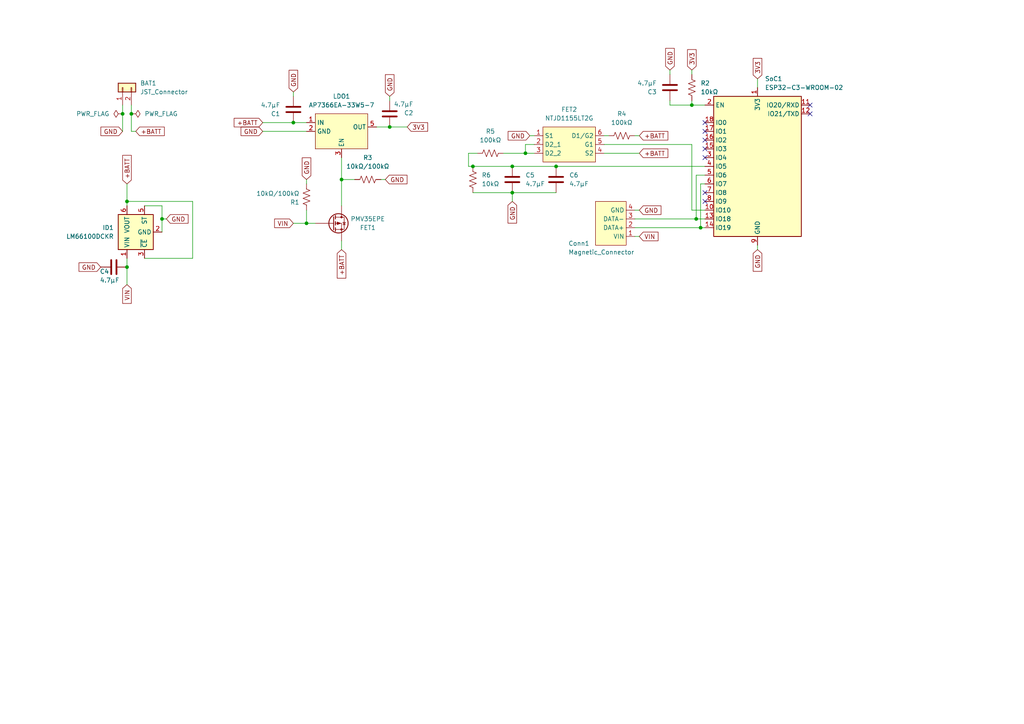
<source format=kicad_sch>
(kicad_sch (version 20250114) (generator "eeschema") (generator_version "9.0")
  (paper "A4")
  (lib_symbols
    (symbol "Connector_Generic:Conn_01x02" (pin_names (offset 1.016) (hide yes))
      (property "Reference" "J" (at 0 2.54 0))
      (property "Value" "Conn_01x02" (at 0 -5.08 0))
      (symbol "Conn_01x02_1_1"
        (rectangle (start -1.27 1.27) (end 1.27 -3.81) (stroke (width 0.254)) (fill (type background)))
        (rectangle (start -1.27 0.127) (end 0 -0.127) (stroke (width 0.1524)))
        (rectangle (start -1.27 -2.413) (end 0 -2.667) (stroke (width 0.1524)))
        (pin passive line (at -5.08 0 0) (length 3.81) (name "Pin_1") (number "1"))
        (pin passive line (at -5.08 -2.54 0) (length 3.81) (name "Pin_2") (number "2"))
      )
    )
    (symbol "Custom_Symbols:AP7366EA-33W5-7"
      (property "Reference" "U" (at -6.858 5.334 0))
      (property "Value" "AP7366EA-33W5-7" (at 7.874 5.334 0))
      (symbol "AP7366EA-33W5-7_1_1"
        (rectangle (start -7.62 3.81) (end 7.62 -6.35) (fill (type background)))
        (pin power_in line (at -10.16 1.27 0) (length 2.54) (name "IN") (number "1"))
        (pin power_in line (at -10.16 -1.27 0) (length 2.54) (name "GND") (number "2"))
        (pin input line (at 0 -8.89 90) (length 2.54) (name "EN") (number "3"))
        (pin power_out line (at 10.16 0 180) (length 2.54) (name "OUT") (number "5"))
      )
    )
    (symbol "Custom_Symbols:Conn_01x07_Magnetic"
      (property "Reference" "Conn" (at 0 10.414 0))
      (symbol "Conn_01x07_Magnetic_1_1"
        (rectangle (start -6.35 8.89) (end 6.35 0) (fill (type background)))
        (pin power_out line (at -3.81 -2.54 90) (length 2.54) (name "VIN") (number "1"))
        (pin passive line (at -1.27 -2.54 90) (length 2.54) (name "DATA+") (number "2"))
        (pin passive line (at 1.27 -2.54 90) (length 2.54) (name "DATA-") (number "3"))
        (pin passive line (at 3.81 -2.54 90) (length 2.54) (name "GND") (number "4"))
      )
    )
    (symbol "Custom_Symbols:LM66100DCKR"
      (property "Reference" "ID1" (at 5.588 10.668 90))
      (property "Value" "LM66100DCKR" (at 8.128 10.668 90))
      (symbol "LM66100DCKR_0_1"
        (rectangle (start -5.08 5.08) (end 5.08 -5.08) (stroke (width 0.254)) (fill (type background)))
      )
      (symbol "LM66100DCKR_1_1"
        (pin power_in line (at -7.62 2.54 0) (length 2.54) (name "VIN") (number "1"))
        (pin input line (at -7.62 -2.54 0) (length 2.54) (name "~{CE}") (number "3"))
        (pin no_connect line (at 0 5.08 270) (length 2.54) (hide yes) (name "NC") (number "4"))
        (pin power_in line (at 0 -7.62 90) (length 2.54) (name "GND") (number "2"))
        (pin passive line (at 7.62 2.54 180) (length 2.54) (name "VOUT") (number "6"))
        (pin passive line (at 7.62 -2.54 180) (length 2.54) (name "ST") (number "5"))
      )
    )
    (symbol "Custom_Symbols:NTJD1155LT2G"
      (property "Reference" "U" (at -7.112 6.35 0))
      (property "Value" "NTJD1155LT2G" (at 1.524 6.35 0))
      (symbol "NTJD1155LT2G_1_1"
        (rectangle (start -7.62 5.08) (end 7.62 -5.08) (fill (type background)))
        (pin passive line (at -10.16 2.54 0) (length 2.54) (name "S1") (number "1"))
        (pin passive line (at -10.16 0 0) (length 2.54) (name "D2_1") (number "2"))
        (pin passive line (at -10.16 -2.54 0) (length 2.54) (name "D2_2") (number "3"))
        (pin input line (at 10.16 2.54 180) (length 2.54) (name "D1/G2") (number "6"))
        (pin input line (at 10.16 0 180) (length 2.54) (name "G1") (number "5"))
        (pin passive line (at 10.16 -2.54 180) (length 2.54) (name "S2") (number "4"))
      )
    )
    (symbol "Custom_Symbols:PMV35EPE" (pin_numbers (hide yes)) (pin_names (offset 0) (hide yes))
      (property "Reference" "FET1" (at 6.35 0 90))
      (property "Value" "PMV35EPE" (at 8.89 0 90))
      (symbol "PMV35EPE_0_1"
        (polyline (pts (xy 0.254 1.905) (xy 0.254 -1.905)) (stroke (width 0.254)))
        (polyline (pts (xy 0.254 0) (xy -2.54 0)))
        (polyline (pts (xy 0.762 2.286) (xy 0.762 1.27)) (stroke (width 0.254)))
        (polyline (pts (xy 0.762 1.778) (xy 3.302 1.778) (xy 3.302 -1.778) (xy 0.762 -1.778)))
        (polyline (pts (xy 0.762 0.508) (xy 0.762 -0.508)) (stroke (width 0.254)))
        (polyline (pts (xy 0.762 -1.27) (xy 0.762 -2.286)) (stroke (width 0.254)))
        (circle (center 1.651 0) (radius 2.794) (stroke (width 0.254)))
        (polyline (pts (xy 2.286 0) (xy 1.27 0.381) (xy 1.27 -0.381) (xy 2.286 0)) (fill (type outline)))
        (polyline (pts (xy 2.54 2.54) (xy 2.54 1.778)))
        (circle (center 2.54 1.778) (radius 0.254) (fill (type outline)))
        (circle (center 2.54 -1.778) (radius 0.254) (fill (type outline)))
        (polyline (pts (xy 2.54 -2.54) (xy 2.54 0) (xy 0.762 0)))
        (polyline (pts (xy 2.921 -0.381) (xy 3.683 -0.381)))
        (polyline (pts (xy 3.302 -0.381) (xy 2.921 0.254) (xy 3.683 0.254) (xy 3.302 -0.381)))
      )
      (symbol "PMV35EPE_1_1"
        (pin input line (at -5.08 0 0) (length 2.54) (name "G") (number "1"))
        (pin passive line (at 2.54 5.08 270) (length 2.54) (name "D") (number "3"))
        (pin passive line (at 2.54 -5.08 90) (length 2.54) (name "S") (number "2"))
      )
    )
    (symbol "Device:C" (pin_numbers (hide yes)) (pin_names (offset 0.254))
      (property "Reference" "C" (at 0.635 2.54 0))
      (property "Value" "C" (at 0.635 -2.54 0))
      (symbol "C_0_1"
        (polyline (pts (xy -2.032 0.762) (xy 2.032 0.762)) (stroke (width 0.508)))
        (polyline (pts (xy -2.032 -0.762) (xy 2.032 -0.762)) (stroke (width 0.508)))
      )
      (symbol "C_1_1"
        (pin passive line (at 0 3.81 270) (length 2.794) (name "~") (number "1"))
        (pin passive line (at 0 -3.81 90) (length 2.794) (name "~") (number "2"))
      )
    )
    (symbol "Device:R_US" (pin_numbers (hide yes)) (pin_names (offset 0))
      (property "Reference" "R" (at 2.54 0 90))
      (property "Value" "R_US" (at -2.54 0 90))
      (symbol "R_US_0_1"
        (polyline (pts (xy 0 2.286) (xy 0 2.54)))
        (polyline (pts (xy 0 2.286) (xy 1.016 1.905) (xy 0 1.524) (xy -1.016 1.143) (xy 0 0.762)))
        (polyline (pts (xy 0 0.762) (xy 1.016 0.381) (xy 0 0) (xy -1.016 -0.381) (xy 0 -0.762)))
        (polyline (pts (xy 0 -0.762) (xy 1.016 -1.143) (xy 0 -1.524) (xy -1.016 -1.905) (xy 0 -2.286)))
        (polyline (pts (xy 0 -2.286) (xy 0 -2.54)))
      )
      (symbol "R_US_1_1"
        (pin passive line (at 0 3.81 270) (length 1.27) (name "~") (number "1"))
        (pin passive line (at 0 -3.81 90) (length 1.27) (name "~") (number "2"))
      )
    )
    (symbol "RF_Module:ESP32-C3-WROOM-02"
      (property "Reference" "U" (at -12.192 21.336 0))
      (property "Value" "ESP32-C3-WROOM-02" (at 12.192 21.336 0))
      (symbol "ESP32-C3-WROOM-02_1_1"
        (rectangle (start -12.7 20.32) (end 12.7 -20.32) (stroke (width 0.254)) (fill (type background)))
        (pin input line (at -15.24 17.78 0) (length 2.54) (name "EN") (number "2"))
        (pin bidirectional line (at -15.24 12.7 0) (length 2.54) (name "IO0") (number "18"))
        (pin bidirectional line (at -15.24 10.16 0) (length 2.54) (name "IO1") (number "17"))
        (pin bidirectional line (at -15.24 7.62 0) (length 2.54) (name "IO2") (number "16"))
        (pin bidirectional line (at -15.24 5.08 0) (length 2.54) (name "IO3") (number "15"))
        (pin bidirectional line (at -15.24 2.54 0) (length 2.54) (name "IO4") (number "3"))
        (pin bidirectional line (at -15.24 0 0) (length 2.54) (name "IO5") (number "4"))
        (pin bidirectional line (at -15.24 -2.54 0) (length 2.54) (name "IO6") (number "5"))
        (pin bidirectional line (at -15.24 -5.08 0) (length 2.54) (name "IO7") (number "6"))
        (pin bidirectional line (at -15.24 -7.62 0) (length 2.54) (name "IO8") (number "7"))
        (pin bidirectional line (at -15.24 -10.16 0) (length 2.54) (name "IO9") (number "8"))
        (pin bidirectional line (at -15.24 -12.7 0) (length 2.54) (name "IO10") (number "10"))
        (pin bidirectional line (at -15.24 -15.24 0) (length 2.54) (name "IO18") (number "13"))
        (pin bidirectional line (at -15.24 -17.78 0) (length 2.54) (name "IO19") (number "14"))
        (pin power_in line (at 0 22.86 270) (length 2.54) (name "3V3") (number "1"))
        (pin passive line (at 0 -22.86 90) (length 2.54) (hide yes) (name "GND") (number "19"))
        (pin power_in line (at 0 -22.86 90) (length 2.54) (name "GND") (number "9"))
        (pin bidirectional line (at 15.24 17.78 180) (length 2.54) (name "IO20/RXD") (number "11"))
        (pin bidirectional line (at 15.24 15.24 180) (length 2.54) (name "IO21/TXD") (number "12"))
      )
    )
    (symbol "power:PWR_FLAG" (power) (pin_numbers (hide yes)) (pin_names (offset 0) (hide yes))
      (property "Value" "PWR_FLAG" (at 0 3.81 0))
      (symbol "PWR_FLAG_0_0"
        (pin power_out line (at 0 0 90) (length 0) (name "~") (number "1"))
      )
      (symbol "PWR_FLAG_0_1"
        (polyline (pts (xy 0 0) (xy 0 1.27) (xy -1.016 1.905) (xy 0 2.54) (xy 1.016 1.905) (xy 0 1.27)))
      )
    )
  )
  (junction (at 161.29 48.26))
  (junction (at 152.4 44.45))
  (junction (at 46.99 63.5))
  (junction (at 148.59 48.26))
  (junction (at 113.03 36.83))
  (junction (at 88.9 64.77))
  (junction (at 148.59 55.88))
  (junction (at 36.83 77.47))
  (junction (at 85.09 35.56))
  (junction (at 36.83 58.42))
  (junction (at 200.66 30.48))
  (junction (at 99.06 52.07))
  (junction (at 201.93 63.5))
  (junction (at 35.56 33.02))
  (junction (at 137.16 48.26))
  (junction (at 38.1 33.02))
  (junction (at 203.2 66.04))
  (no_connect (at 204.47 43.18))
  (no_connect (at 234.95 33.02))
  (no_connect (at 204.47 40.64))
  (no_connect (at 234.95 30.48))
  (no_connect (at 204.47 35.56))
  (no_connect (at 204.47 45.72))
  (no_connect (at 204.47 58.42))
  (no_connect (at 204.47 55.88))
  (no_connect (at 204.47 38.1))
  (wire (pts (xy 200.66 41.91) (xy 200.66 60.96)))
  (wire (pts (xy 38.1 30.48) (xy 38.1 33.02)))
  (wire (pts (xy 201.93 63.5) (xy 204.47 63.5)))
  (wire (pts (xy 200.66 30.48) (xy 204.47 30.48)))
  (wire (pts (xy 111.76 52.07) (xy 110.49 52.07)))
  (wire (pts (xy 200.66 60.96) (xy 204.47 60.96)))
  (wire (pts (xy 161.29 48.26) (xy 204.47 48.26)))
  (wire (pts (xy 99.06 52.07) (xy 99.06 45.72)))
  (wire (pts (xy 194.31 30.48) (xy 194.31 29.21)))
  (wire (pts (xy 109.22 36.83) (xy 113.03 36.83)))
  (wire (pts (xy 203.2 53.34) (xy 204.47 53.34)))
  (wire (pts (xy 185.42 68.58) (xy 184.15 68.58)))
  (wire (pts (xy 175.26 44.45) (xy 185.42 44.45)))
  (wire (pts (xy 76.2 38.1) (xy 88.9 38.1)))
  (wire (pts (xy 36.83 58.42) (xy 36.83 59.69)))
  (wire (pts (xy 219.71 22.86) (xy 219.71 25.4)))
  (wire (pts (xy 146.05 44.45) (xy 152.4 44.45)))
  (wire (pts (xy 35.56 38.1) (xy 35.56 33.02)))
  (wire (pts (xy 113.03 36.83) (xy 118.11 36.83)))
  (wire (pts (xy 35.56 33.02) (xy 35.56 30.48)))
  (wire (pts (xy 184.15 39.37) (xy 185.42 39.37)))
  (wire (pts (xy 194.31 30.48) (xy 200.66 30.48)))
  (wire (pts (xy 88.9 60.96) (xy 88.9 64.77)))
  (wire (pts (xy 201.93 50.8) (xy 201.93 63.5)))
  (wire (pts (xy 55.88 74.93) (xy 55.88 58.42)))
  (wire (pts (xy 194.31 21.59) (xy 194.31 20.32)))
  (wire (pts (xy 175.26 41.91) (xy 200.66 41.91)))
  (wire (pts (xy 76.2 35.56) (xy 85.09 35.56)))
  (wire (pts (xy 38.1 38.1) (xy 38.1 33.02)))
  (wire (pts (xy 85.09 35.56) (xy 88.9 35.56)))
  (wire (pts (xy 99.06 72.39) (xy 99.06 69.85)))
  (wire (pts (xy 200.66 29.21) (xy 200.66 30.48)))
  (wire (pts (xy 46.99 63.5) (xy 46.99 67.31)))
  (wire (pts (xy 153.67 39.37) (xy 154.94 39.37)))
  (wire (pts (xy 184.15 66.04) (xy 203.2 66.04)))
  (wire (pts (xy 135.89 48.26) (xy 135.89 44.45)))
  (wire (pts (xy 201.93 50.8) (xy 204.47 50.8)))
  (wire (pts (xy 203.2 66.04) (xy 204.47 66.04)))
  (wire (pts (xy 46.99 59.69) (xy 46.99 63.5)))
  (wire (pts (xy 135.89 44.45) (xy 138.43 44.45)))
  (wire (pts (xy 185.42 60.96) (xy 184.15 60.96)))
  (wire (pts (xy 85.09 26.67) (xy 85.09 27.94)))
  (wire (pts (xy 137.16 48.26) (xy 135.89 48.26)))
  (wire (pts (xy 88.9 52.07) (xy 88.9 53.34)))
  (wire (pts (xy 88.9 64.77) (xy 91.44 64.77)))
  (wire (pts (xy 203.2 53.34) (xy 203.2 66.04)))
  (wire (pts (xy 148.59 48.26) (xy 137.16 48.26)))
  (wire (pts (xy 39.37 38.1) (xy 38.1 38.1)))
  (wire (pts (xy 200.66 20.32) (xy 200.66 21.59)))
  (wire (pts (xy 152.4 41.91) (xy 152.4 44.45)))
  (wire (pts (xy 41.91 74.93) (xy 55.88 74.93)))
  (wire (pts (xy 36.83 77.47) (xy 36.83 82.55)))
  (wire (pts (xy 219.71 72.39) (xy 219.71 71.12)))
  (wire (pts (xy 48.26 63.5) (xy 46.99 63.5)))
  (wire (pts (xy 148.59 58.42) (xy 148.59 55.88)))
  (wire (pts (xy 36.83 53.34) (xy 36.83 58.42)))
  (wire (pts (xy 99.06 52.07) (xy 99.06 59.69)))
  (wire (pts (xy 36.83 74.93) (xy 36.83 77.47)))
  (wire (pts (xy 41.91 59.69) (xy 46.99 59.69)))
  (wire (pts (xy 175.26 39.37) (xy 176.53 39.37)))
  (wire (pts (xy 152.4 41.91) (xy 154.94 41.91)))
  (wire (pts (xy 85.09 64.77) (xy 88.9 64.77)))
  (wire (pts (xy 148.59 48.26) (xy 161.29 48.26)))
  (wire (pts (xy 137.16 55.88) (xy 148.59 55.88)))
  (wire (pts (xy 36.83 58.42) (xy 55.88 58.42)))
  (wire (pts (xy 148.59 55.88) (xy 161.29 55.88)))
  (wire (pts (xy 102.87 52.07) (xy 99.06 52.07)))
  (wire (pts (xy 184.15 63.5) (xy 201.93 63.5)))
  (wire (pts (xy 113.03 27.94) (xy 113.03 29.21)))
  (wire (pts (xy 152.4 44.45) (xy 154.94 44.45)))
  (global_label "+BATT" (shape input) (at 39.37 38.1 0) (property "Intersheetrefs" "${INTERSHEET_REFS}" (effects (hide yes))))
  (global_label "GND" (shape input) (at 48.26 63.5 0) (property "Intersheetrefs" "${INTERSHEET_REFS}" (effects (hide yes))))
  (global_label "3V3" (shape input) (at 118.11 36.83 0) (property "Intersheetrefs" "${INTERSHEET_REFS}" (effects (hide yes))))
  (global_label "GND" (shape input) (at 148.59 58.42 270) (property "Intersheetrefs" "${INTERSHEET_REFS}" (effects (hide yes))))
  (global_label "GND" (shape input) (at 219.71 72.39 270) (property "Intersheetrefs" "${INTERSHEET_REFS}" (effects (hide yes))))
  (global_label "+BATT" (shape input) (at 185.42 44.45 0) (property "Intersheetrefs" "${INTERSHEET_REFS}" (effects (hide yes))))
  (global_label "VIN" (shape input) (at 36.83 82.55 270) (property "Intersheetrefs" "${INTERSHEET_REFS}" (effects (hide yes))))
  (global_label "+BATT" (shape input) (at 185.42 39.37 0) (property "Intersheetrefs" "${INTERSHEET_REFS}" (effects (hide yes))))
  (global_label "+BATT" (shape input) (at 76.2 35.56 180) (property "Intersheetrefs" "${INTERSHEET_REFS}" (effects (hide yes))))
  (global_label "GND" (shape input) (at 85.09 26.67 90) (property "Intersheetrefs" "${INTERSHEET_REFS}" (effects (hide yes))))
  (global_label "3V3" (shape input) (at 200.66 20.32 90) (property "Intersheetrefs" "${INTERSHEET_REFS}" (effects (hide yes))))
  (global_label "GND" (shape input) (at 29.21 77.47 180) (property "Intersheetrefs" "${INTERSHEET_REFS}" (effects (hide yes))))
  (global_label "GND" (shape input) (at 35.56 38.1 180) (property "Intersheetrefs" "${INTERSHEET_REFS}" (effects (hide yes))))
  (global_label "GND" (shape input) (at 111.76 52.07 0) (property "Intersheetrefs" "${INTERSHEET_REFS}" (effects (hide yes))))
  (global_label "VIN" (shape input) (at 185.42 68.58 0) (property "Intersheetrefs" "${INTERSHEET_REFS}" (effects (hide yes))))
  (global_label "GND" (shape input) (at 153.67 39.37 180) (property "Intersheetrefs" "${INTERSHEET_REFS}" (effects (hide yes))))
  (global_label "3V3" (shape input) (at 219.71 22.86 90) (property "Intersheetrefs" "${INTERSHEET_REFS}" (effects (hide yes))))
  (global_label "GND" (shape input) (at 76.2 38.1 180) (property "Intersheetrefs" "${INTERSHEET_REFS}" (effects (hide yes))))
  (global_label "+BATT" (shape input) (at 36.83 53.34 90) (property "Intersheetrefs" "${INTERSHEET_REFS}" (effects (hide yes))))
  (global_label "+BATT" (shape input) (at 99.06 72.39 270) (property "Intersheetrefs" "${INTERSHEET_REFS}" (effects (hide yes))))
  (global_label "GND" (shape input) (at 113.03 27.94 90) (property "Intersheetrefs" "${INTERSHEET_REFS}" (effects (hide yes))))
  (global_label "GND" (shape input) (at 194.31 20.32 90) (property "Intersheetrefs" "${INTERSHEET_REFS}" (effects (hide yes))))
  (global_label "GND" (shape input) (at 185.42 60.96 0) (property "Intersheetrefs" "${INTERSHEET_REFS}" (effects (hide yes))))
  (global_label "GND" (shape input) (at 88.9 52.07 90) (property "Intersheetrefs" "${INTERSHEET_REFS}" (effects (hide yes))))
  (global_label "VIN" (shape input) (at 85.09 64.77 180) (property "Intersheetrefs" "${INTERSHEET_REFS}" (effects (hide yes))))
  (symbol (lib_id "Connector_Generic:Conn_01x02") (at 35.56 25.4 90) (unit 1)
    (property "Reference" "BAT1" (at 40.64 24.1299 90) (effects (justify right)))
    (property "Value" "JST_Connector" (at 40.64 26.6699 90) (effects (justify right)))
    (property "Footprint" "Connector_JST:JST_EH_B2B-EH-A_1x02_P2.50mm_Vertical" (effects (hide yes)))
    (property "Datasheet" "https://www.aliexpress.us/item/3256808798146879.html" (effects (hide yes)))
    (property "Description" "Generic connector, single row, 01x02, script generated (kicad-library-utils/schlib/autogen/connector/)" (effects (hide yes)))
  )
  (symbol (lib_id "Device:C") (at 113.03 33.02 0) (unit 1)
    (property "Reference" "C2" (at 119.888 32.766 0) (effects (justify right)))
    (property "Value" "4.7µF" (at 119.888 30.226 0) (effects (justify right)))
    (property "Footprint" "Capacitor_SMD:C_0402_1005Metric_Pad0.74x0.62mm_HandSolder" (effects (hide yes)))
    (property "Datasheet" "https://mm.digikey.com/Volume0/opasdata/d220001/medias/docus/4400/LMK105BBJ475MVLF_SS.pdf" (effects (hide yes)))
    (property "Description" "Unpolarized capacitor" (effects (hide yes)))
  )
  (symbol (lib_id "Device:R_US") (at 200.66 25.4 180) (unit 1)
    (property "Reference" "R2" (at 203.2 24.1299 0) (effects (justify right)))
    (property "Value" "10kΩ" (at 203.2 26.6699 0) (effects (justify right)))
    (property "Footprint" "Resistor_SMD:R_0805_2012Metric_Pad1.20x1.40mm_HandSolder" (effects (hide yes)))
    (property "Description" "Resistor, US symbol" (effects (hide yes)))
  )
  (symbol (lib_id "Device:R_US") (at 88.9 57.15 0) (unit 1)
    (property "Reference" "R1" (at 86.868 58.674 0) (effects (justify right)))
    (property "Value" "10kΩ/100kΩ" (at 86.868 56.134 0) (effects (justify right)))
    (property "Footprint" "Resistor_SMD:R_0805_2012Metric_Pad1.20x1.40mm_HandSolder" (effects (hide yes)))
    (property "Description" "Resistor, US symbol" (effects (hide yes)))
  )
  (symbol (lib_id "Custom_Symbols:LM66100DCKR") (at 39.37 67.31 90) (unit 1)
    (property "Reference" "ID1" (at 33.02 66.0399 90) (effects (justify left)))
    (property "Value" "LM66100DCKR" (at 33.02 68.5799 90) (effects (justify left)))
    (property "Footprint" "Package_TO_SOT_SMD:SOT-363_SC-70-6_Handsoldering" (effects (hide yes)))
    (property "Datasheet" "https://www.ti.com/lit/ds/symlink/lm66100.pdf" (effects (hide yes)))
    (property "Description" "Ideal Diode With Input Polarity Protection 1.5 - 5.5V  Input Voltage, 1.5A Output Current, Ron 141 mOhm, SC-70-6" (effects (hide yes)))
  )
  (symbol (lib_id "Device:C") (at 85.09 31.75 0) (unit 1)
    (property "Reference" "C1" (at 81.28 33.0201 0) (effects (justify right)))
    (property "Value" "4.7µF" (at 81.28 30.4801 0) (effects (justify right)))
    (property "Footprint" "Capacitor_SMD:C_0402_1005Metric_Pad0.74x0.62mm_HandSolder" (effects (hide yes)))
    (property "Datasheet" "https://mm.digikey.com/Volume0/opasdata/d220001/medias/docus/4400/LMK105BBJ475MVLF_SS.pdf" (effects (hide yes)))
    (property "Description" "Unpolarized capacitor" (effects (hide yes)))
  )
  (symbol (lib_id "Custom_Symbols:PMV35EPE") (at 96.52 64.77 0) (unit 1)
    (property "Reference" "FET1" (at 106.68 66.04 0))
    (property "Value" "PMV35EPE" (at 106.68 63.5 0))
    (property "Footprint" "Package_TO_SOT_SMD:SOT-23_Handsoldering" (effects (hide yes)))
    (property "Datasheet" "https://assets.nexperia.com/documents/data-sheet/PMV35EPE.pdf" (effects (hide yes)))
    (property "Description" "P-MOSFET transistor" (effects (hide yes)))
  )
  (symbol (lib_id "Device:R_US") (at 106.68 52.07 90) (unit 1)
    (property "Reference" "R3" (at 106.68 45.72 90))
    (property "Value" "10kΩ/100kΩ" (at 106.68 48.26 90))
    (property "Footprint" "Resistor_SMD:R_0805_2012Metric_Pad1.20x1.40mm_HandSolder" (effects (hide yes)))
    (property "Description" "Resistor, US symbol" (effects (hide yes)))
  )
  (symbol (lib_id "Custom_Symbols:AP7366EA-33W5-7") (at 99.06 36.83 0) (unit 1)
    (property "Reference" "LDO1" (at 99.06 27.94 0))
    (property "Value" "AP7366EA-33W5-7" (at 99.06 30.48 0))
    (property "Footprint" "Package_TO_SOT_SMD:SOT-23-5_HandSoldering" (effects (hide yes)))
    (property "Datasheet" "https://www.diodes.com/assets/Datasheets/AP7366EA.pdf" (effects (hide yes)))
  )
  (symbol (lib_id "RF_Module:ESP32-C3-WROOM-02") (at 219.71 48.26 0) (unit 1)
    (property "Reference" "SoC1" (at 221.8533 22.86 0) (effects (justify left)))
    (property "Value" "ESP32-C3-WROOM-02" (at 221.8533 25.4 0) (effects (justify left)))
    (property "Footprint" "Custom_Footprints:ESP32-C3-WROOM-02_Handsolder" (effects (hide yes)))
    (property "Datasheet" "https://www.espressif.com/sites/default/files/documentation/esp32-c3-wroom-02_datasheet_en.pdf" (effects (hide yes)))
    (property "Description" "802.11 b/g/n Wi­Fi and Bluetooth 5 module, ESP32­C3 SoC, RISC­V microprocessor, On-board antenna" (effects (hide yes)))
  )
  (symbol (lib_id "power:PWR_FLAG") (at 38.1 33.02 270) (unit 1)
    (property "Reference" "#FLG01" (effects (hide yes)))
    (property "Value" "PWR_FLAG" (at 41.91 33.0199 90) (effects (justify left)))
    (property "Description" "Special symbol for telling ERC where power comes from" (effects (hide yes)))
  )
  (symbol (lib_id "Device:R_US") (at 142.24 44.45 90) (unit 1)
    (property "Reference" "R5" (at 142.24 38.1 90))
    (property "Value" "100kΩ" (at 142.24 40.64 90))
    (property "Footprint" "Resistor_SMD:R_0805_2012Metric_Pad1.20x1.40mm_HandSolder" (effects (hide yes)))
    (property "Description" "Resistor, US symbol" (effects (hide yes)))
  )
  (symbol (lib_id "Device:C") (at 33.02 77.47 90) (unit 1)
    (property "Reference" "C4" (at 28.956 78.74 90) (effects (justify right)))
    (property "Value" "4.7µF" (at 28.956 81.28 90) (effects (justify right)))
    (property "Footprint" "Capacitor_SMD:C_0402_1005Metric_Pad0.74x0.62mm_HandSolder" (effects (hide yes)))
    (property "Description" "Unpolarized capacitor" (effects (hide yes)))
  )
  (symbol (lib_id "Device:C") (at 194.31 25.4 0) (unit 1)
    (property "Reference" "C3" (at 190.5 26.6701 0) (effects (justify right)))
    (property "Value" "4.7µF" (at 190.5 24.1301 0) (effects (justify right)))
    (property "Footprint" "Capacitor_SMD:C_0402_1005Metric_Pad0.74x0.62mm_HandSolder" (effects (hide yes)))
    (property "Datasheet" "https://mm.digikey.com/Volume0/opasdata/d220001/medias/docus/4400/LMK105BBJ475MVLF_SS.pdf" (effects (hide yes)))
    (property "Description" "Unpolarized capacitor" (effects (hide yes)))
  )
  (symbol (lib_id "Device:C") (at 161.29 52.07 180) (unit 1)
    (property "Reference" "C6" (at 165.1 50.7999 0) (effects (justify right)))
    (property "Value" "4.7µF" (at 165.1 53.3399 0) (effects (justify right)))
    (property "Footprint" "Capacitor_SMD:C_0402_1005Metric_Pad0.74x0.62mm_HandSolder" (effects (hide yes)))
    (property "Datasheet" "https://mm.digikey.com/Volume0/opasdata/d220001/medias/docus/4400/LMK105BBJ475MVLF_SS.pdf" (effects (hide yes)))
    (property "Description" "Unpolarized capacitor" (effects (hide yes)))
  )
  (symbol (lib_id "Custom_Symbols:Conn_01x07_Magnetic") (at 181.61 64.77 90) (unit 1)
    (property "Reference" "Conn1" (at 164.846 70.612 90) (effects (justify right)))
    (property "Value" "Magnetic_Connector" (at 164.846 73.152 90) (effects (justify right)))
    (property "Footprint" "Custom_Footprints:Connector_Magnetic_4_Pin" (effects (hide yes)))
    (property "Datasheet" "https://www.aliexpress.us/item/3256804721860036.html" (effects (hide yes)))
  )
  (symbol (lib_id "Device:R_US") (at 137.16 52.07 180) (unit 1)
    (property "Reference" "R6" (at 139.7 50.7999 0) (effects (justify right)))
    (property "Value" "10kΩ" (at 139.7 53.3399 0) (effects (justify right)))
    (property "Footprint" "Resistor_SMD:R_0805_2012Metric_Pad1.20x1.40mm_HandSolder" (effects (hide yes)))
    (property "Description" "Resistor, US symbol" (effects (hide yes)))
  )
  (symbol (lib_id "Custom_Symbols:NTJD1155LT2G") (at 165.1 41.91 0) (unit 1)
    (property "Reference" "FET2" (at 165.1 31.75 0))
    (property "Value" "NTJD1155LT2G" (at 165.1 34.29 0))
    (property "Footprint" "Package_TO_SOT_SMD:SOT-363_SC-70-6_Handsoldering" (effects (hide yes)))
    (property "Datasheet" "https://www.onsemi.com/pdf/datasheet/ntjd1155l-d.pdf" (effects (hide yes)))
  )
  (symbol (lib_id "power:PWR_FLAG") (at 35.56 33.02 90) (unit 1)
    (property "Reference" "#FLG02" (effects (hide yes)))
    (property "Value" "PWR_FLAG" (at 31.75 33.0201 90) (effects (justify left)))
    (property "Description" "Special symbol for telling ERC where power comes from" (effects (hide yes)))
  )
  (symbol (lib_id "Device:R_US") (at 180.34 39.37 90) (unit 1)
    (property "Reference" "R4" (at 180.34 33.02 90))
    (property "Value" "100kΩ" (at 180.34 35.56 90))
    (property "Footprint" "Resistor_SMD:R_0805_2012Metric_Pad1.20x1.40mm_HandSolder" (effects (hide yes)))
    (property "Description" "Resistor, US symbol" (effects (hide yes)))
  )
  (symbol (lib_id "Device:C") (at 148.59 52.07 180) (unit 1)
    (property "Reference" "C5" (at 152.4 50.7999 0) (effects (justify right)))
    (property "Value" "4.7µF" (at 152.4 53.3399 0) (effects (justify right)))
    (property "Footprint" "Capacitor_SMD:C_0402_1005Metric_Pad0.74x0.62mm_HandSolder" (effects (hide yes)))
    (property "Datasheet" "https://mm.digikey.com/Volume0/opasdata/d220001/medias/docus/4400/LMK105BBJ475MVLF_SS.pdf" (effects (hide yes)))
    (property "Description" "Unpolarized capacitor" (effects (hide yes)))
  )
)
</source>
